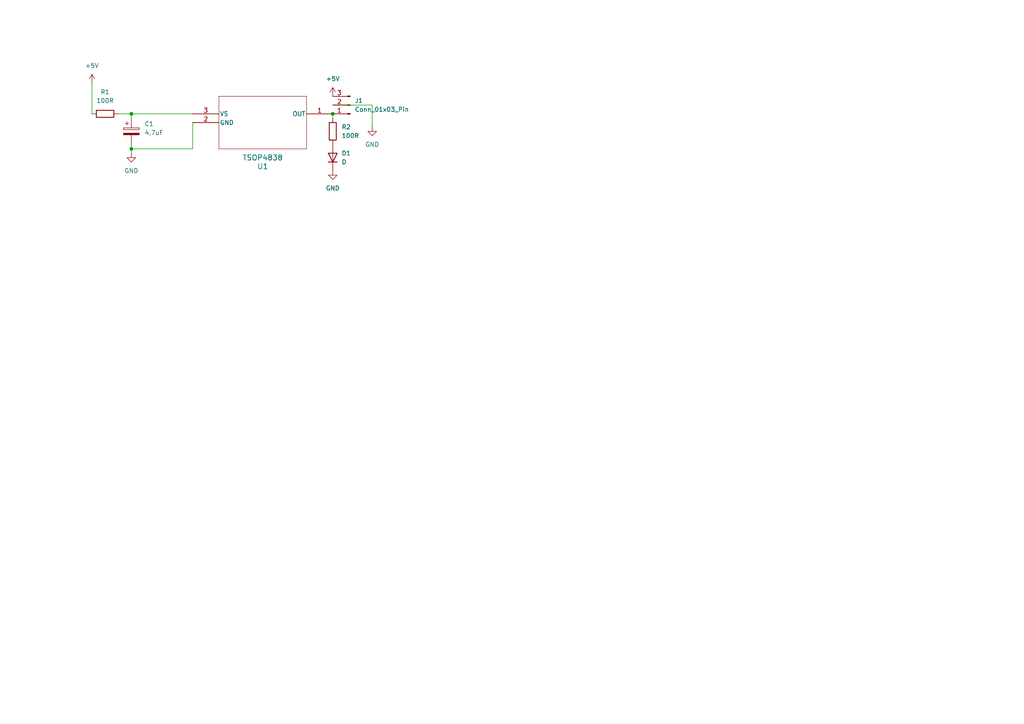
<source format=kicad_sch>
(kicad_sch (version 20231120) (generator "eeschema") (generator_version "8.0")
  (paper "A4")
  (lib_symbols
    (symbol "Connector:Conn_01x03_Pin" (pin_names (offset 1.016) hide)
      (property "Reference" "J" (at 0 5.08 0))
      (property "Value" "Conn_01x03_Pin" (at 0 -5.08 0))
      (symbol "Conn_01x03_Pin_1_1"
        (polyline (pts (xy 1.27 -2.54) (xy 0.8636 -2.54)) (stroke (width 0.1524)))
        (polyline (pts (xy 1.27 0) (xy 0.8636 0)) (stroke (width 0.1524)))
        (polyline (pts (xy 1.27 2.54) (xy 0.8636 2.54)) (stroke (width 0.1524)))
        (rectangle (start 0.8636 -2.413) (end 0 -2.667) (stroke (width 0.1524)) (fill (type outline)))
        (rectangle (start 0.8636 0.127) (end 0 -0.127) (stroke (width 0.1524)) (fill (type outline)))
        (rectangle (start 0.8636 2.667) (end 0 2.413) (stroke (width 0.1524)) (fill (type outline)))
        (pin passive line (at 5.08 2.54 180) (length 3.81) (name "Pin_1") (number "1"))
        (pin passive line (at 5.08 0 180) (length 3.81) (name "Pin_2") (number "2"))
        (pin passive line (at 5.08 -2.54 180) (length 3.81) (name "Pin_3") (number "3"))
      )
    )
    (symbol "Device:C_Polarized" (pin_numbers hide) (pin_names (offset 0.254))
      (property "Reference" "C" (at 0.635 2.54 0))
      (property "Value" "C_Polarized" (at 0.635 -2.54 0))
      (symbol "C_Polarized_0_1"
        (rectangle (start -2.286 0.508) (end 2.286 1.016))
        (polyline (pts (xy -1.778 2.286) (xy -0.762 2.286)))
        (polyline (pts (xy -1.27 2.794) (xy -1.27 1.778)))
        (rectangle (start 2.286 -0.508) (end -2.286 -1.016) (fill (type outline)))
      )
      (symbol "C_Polarized_1_1"
        (pin passive line (at 0 3.81 270) (length 2.794) (name "~") (number "1"))
        (pin passive line (at 0 -3.81 90) (length 2.794) (name "~") (number "2"))
      )
    )
    (symbol "Device:D" (pin_numbers hide) (pin_names (offset 1.016) hide)
      (property "Reference" "D" (at 0 2.54 0))
      (property "Value" "D" (at 0 -2.54 0))
      (symbol "D_0_1"
        (polyline (pts (xy -1.27 1.27) (xy -1.27 -1.27)) (stroke (width 0.254)))
        (polyline (pts (xy 1.27 0) (xy -1.27 0)))
        (polyline (pts (xy 1.27 1.27) (xy 1.27 -1.27) (xy -1.27 0) (xy 1.27 1.27)) (stroke (width 0.254)))
      )
      (symbol "D_1_1"
        (pin passive line (at -3.81 0 0) (length 2.54) (name "K") (number "1"))
        (pin passive line (at 3.81 0 180) (length 2.54) (name "A") (number "2"))
      )
    )
    (symbol "Device:R" (pin_numbers hide) (pin_names (offset 0))
      (property "Reference" "R" (at 2.032 0 90))
      (property "Value" "R" (at 0 0 90))
      (symbol "R_0_1"
        (rectangle (start -1.016 -2.54) (end 1.016 2.54) (stroke (width 0.254)))
      )
      (symbol "R_1_1"
        (pin passive line (at 0 3.81 270) (length 1.27) (name "~") (number "1"))
        (pin passive line (at 0 -3.81 90) (length 1.27) (name "~") (number "2"))
      )
    )
    (symbol "Importowane elementy:TSOP4838" (pin_names (offset 0.254))
      (property "Reference" "U" (at 20.32 12.7 0))
      (property "Value" "TSOP4838" (at 20.32 10.16 0))
      (symbol "TSOP4838_0_1"
        (polyline (pts (xy 7.62 -7.62) (xy 33.02 -7.62)) (stroke (width 0.127)))
        (polyline (pts (xy 7.62 7.62) (xy 7.62 -7.62)) (stroke (width 0.127)))
        (polyline (pts (xy 33.02 -7.62) (xy 33.02 7.62)) (stroke (width 0.127)))
        (polyline (pts (xy 33.02 7.62) (xy 7.62 7.62)) (stroke (width 0.127)))
        (pin output line (at 40.64 -2.54 180) (length 7.62) (name "OUT") (number "1"))
        (pin power_out line (at 0 0 0) (length 7.62) (name "GND") (number "2"))
        (pin power_in line (at 0 -2.54 0) (length 7.62) (name "VS") (number "3"))
      )
    )
    (symbol "power:+5V" (power) (pin_numbers hide) (pin_names (offset 0) hide)
      (property "Value" "+5V" (at 0 3.556 0))
      (symbol "+5V_0_1"
        (polyline (pts (xy -0.762 1.27) (xy 0 2.54)))
        (polyline (pts (xy 0 0) (xy 0 2.54)))
        (polyline (pts (xy 0 2.54) (xy 0.762 1.27)))
      )
      (symbol "+5V_1_1"
        (pin power_in line (at 0 0 90) (length 0) (name "~") (number "1"))
      )
    )
    (symbol "power:GND" (power) (pin_numbers hide) (pin_names (offset 0) hide)
      (property "Value" "GND" (at 0 -3.81 0))
      (symbol "GND_0_1"
        (polyline (pts (xy 0 0) (xy 0 -1.27) (xy 1.27 -1.27) (xy 0 -2.54) (xy -1.27 -1.27) (xy 0 -1.27)))
      )
      (symbol "GND_1_1"
        (pin power_in line (at 0 0 270) (length 0) (name "~") (number "1"))
      )
    )
  )
  (junction (at 96.52 33.02))
  (junction (at 38.1 43.18))
  (junction (at 38.1 33.02))
  (wire (pts (xy 38.1 43.18) (xy 55.88 43.18)))
  (wire (pts (xy 107.95 30.48) (xy 107.95 36.83)))
  (wire (pts (xy 96.52 34.29) (xy 96.52 33.02)))
  (wire (pts (xy 55.88 33.02) (xy 38.1 33.02)))
  (wire (pts (xy 38.1 43.18) (xy 38.1 41.91)))
  (wire (pts (xy 26.67 24.13) (xy 26.67 33.02)))
  (wire (pts (xy 96.52 30.48) (xy 107.95 30.48)))
  (wire (pts (xy 55.88 35.56) (xy 55.88 43.18)))
  (wire (pts (xy 38.1 33.02) (xy 34.29 33.02)))
  (wire (pts (xy 38.1 44.45) (xy 38.1 43.18)))
  (wire (pts (xy 38.1 34.29) (xy 38.1 33.02)))
  (symbol (lib_id "Importowane elementy:TSOP4838") (at 55.88 35.56 0) (mirror x) (unit 1)
    (property "Reference" "U1" (at 76.2 48.26 0) (effects (font (size 1.524 1.524))))
    (property "Value" "TSOP4838" (at 76.2 45.72 0) (effects (font (size 1.524 1.524))))
    (property "Footprint" "User_defined_footprints:TSOP48_VIS" (effects (hide yes)))
    (property "Datasheet" "TSOP4838" (effects (hide yes)))
  )
  (symbol (lib_id "Device:D") (at 96.52 45.72 90) (unit 1)
    (property "Reference" "D1" (at 99.06 44.4499 90) (effects (justify right)))
    (property "Value" "D" (at 99.06 46.9899 90) (effects (justify right)))
    (property "Footprint" "LED_SMD:LED_0603_1608Metric" (effects (hide yes)))
    (property "Description" "Diode" (effects (hide yes)))
    (property "Sim.Device" "D" (effects (hide yes)))
    (property "Sim.Pins" "1=K 2=A" (effects (hide yes)))
  )
  (symbol (lib_id "Device:C_Polarized") (at 38.1 38.1 0) (unit 1)
    (property "Reference" "C1" (at 41.91 35.9409 0) (effects (justify left)))
    (property "Value" "4,7uF" (at 41.91 38.4809 0) (effects (justify left)))
    (property "Footprint" "Capacitor_SMD:C_0805_2012Metric_Pad1.18x1.45mm_HandSolder" (effects (hide yes)))
    (property "Description" "Polarized capacitor" (effects (hide yes)))
  )
  (symbol (lib_id "power:GND") (at 107.95 36.83 0) (unit 1)
    (property "Reference" "#PWR04" (effects (hide yes)))
    (property "Value" "GND" (at 107.95 41.91 0))
    (property "Description" "Power symbol creates a global label with name \"GND\" , ground" (effects (hide yes)))
  )
  (symbol (lib_id "power:GND") (at 38.1 44.45 0) (unit 1)
    (property "Reference" "#PWR02" (effects (hide yes)))
    (property "Value" "GND" (at 38.1 49.53 0))
    (property "Description" "Power symbol creates a global label with name \"GND\" , ground" (effects (hide yes)))
  )
  (symbol (lib_id "power:+5V") (at 96.52 27.94 0) (unit 1)
    (property "Reference" "#PWR03" (effects (hide yes)))
    (property "Value" "+5V" (at 96.52 22.86 0))
    (property "Description" "Power symbol creates a global label with name \"+5V\"" (effects (hide yes)))
  )
  (symbol (lib_id "Device:R") (at 96.52 38.1 180) (unit 1)
    (property "Reference" "R2" (at 99.06 36.8299 0) (effects (justify right)))
    (property "Value" "100R" (at 99.06 39.3699 0) (effects (justify right)))
    (property "Footprint" "Resistor_SMD:R_0603_1608Metric_Pad0.98x0.95mm_HandSolder" (effects (hide yes)))
    (property "Description" "Resistor" (effects (hide yes)))
  )
  (symbol (lib_id "power:GND") (at 96.52 49.53 0) (unit 1)
    (property "Reference" "#PWR05" (effects (hide yes)))
    (property "Value" "GND" (at 96.52 54.61 0))
    (property "Description" "Power symbol creates a global label with name \"GND\" , ground" (effects (hide yes)))
  )
  (symbol (lib_id "Connector:Conn_01x03_Pin") (at 101.6 30.48 180) (unit 1)
    (property "Reference" "J1" (at 102.87 29.2099 0) (effects (justify right)))
    (property "Value" "Conn_01x03_Pin" (at 102.87 31.7499 0) (effects (justify right)))
    (property "Footprint" "Connector_PinHeader_2.54mm:PinHeader_1x03_P2.54mm_Vertical" (effects (hide yes)))
    (property "Description" "Generic connector, single row, 01x03, script generated" (effects (hide yes)))
  )
  (symbol (lib_id "Device:R") (at 30.48 33.02 90) (unit 1)
    (property "Reference" "R1" (at 30.48 26.67 90))
    (property "Value" "100R" (at 30.48 29.21 90))
    (property "Footprint" "Resistor_SMD:R_0603_1608Metric_Pad0.98x0.95mm_HandSolder" (effects (hide yes)))
    (property "Description" "Resistor" (effects (hide yes)))
  )
  (symbol (lib_id "power:+5V") (at 26.67 24.13 0) (unit 1)
    (property "Reference" "#PWR01" (effects (hide yes)))
    (property "Value" "+5V" (at 26.67 19.05 0))
    (property "Description" "Power symbol creates a global label with name \"+5V\"" (effects (hide yes)))
  )
)
</source>
